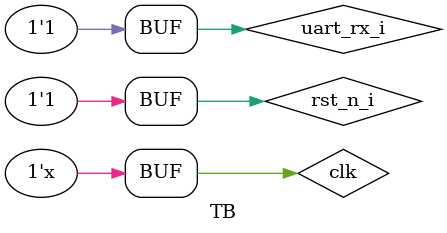
<source format=v>
`timescale 1ns / 1ps


module TB;
    reg clk;
    reg rst_n_i;
    reg uart_rx_i;
    wire uart_tx_o;
    
    car u(
        .clk(clk),
        .rst_n_i (rst_n_i),
        .uart_rx_i (uart_rx_i),
        .uart_tx_o (uart_tx_o)
        );
    initial
        begin
            clk = 0;
            rst_n_i = 0;
            uart_rx_i = 1'b1;
            // Wait 100 ns for global reset to finish
            
            #96;
            rst_n_i=1;
            
            #104170
            uart_rx_i = 1'b1;
            
            #104170
            uart_rx_i = 1'b0;//start
            
            //000000001
            #104170
            uart_rx_i = 1'b1;
            #104170
            uart_rx_i = 1'b0;
            #104170
            uart_rx_i = 1'b0;
            #104170
            uart_rx_i = 1'b0;
            #104170
            uart_rx_i = 1'b0;
            #104170
            uart_rx_i = 1'b0;
            #104170
            uart_rx_i = 1'b0;
            #104170
            uart_rx_i = 1'b0; 
            #104170
            
            uart_rx_i = 1'b1;//stop 
            #808320
            
            //00000000
            uart_rx_i = 1'b0;//start
            #104170
            uart_rx_i = 1'b0;
            #104170
            uart_rx_i = 1'b0;
            #104170
            uart_rx_i = 1'b0;
            #104170
            uart_rx_i = 1'b0;
            #104170
            uart_rx_i = 1'b0;
            #104170
            uart_rx_i = 1'b0;
            #104170
            uart_rx_i = 1'b0;
            #104170
            uart_rx_i = 1'b0; 
            
            #104170
            uart_rx_i = 1'b1;//stop 
            
            #808320
            //00000001
            uart_rx_i = 1'b0;//start
            
            #104170
            uart_rx_i = 1'b1;
            #104170
            uart_rx_i = 1'b0;
            #104170
            uart_rx_i = 1'b0;
            #104170
            uart_rx_i = 1'b0;
            #104170
            uart_rx_i = 1'b0;
            #104170
            uart_rx_i = 1'b0;
            #104170
            uart_rx_i = 1'b0;
            #104170
            uart_rx_i = 1'b0; 
            
            #104170
            uart_rx_i = 1'b1;//stop 
            #808320
            //00000000
            uart_rx_i = 1'b0;//start
            #104170
            uart_rx_i = 1'b0;
            #104170
            uart_rx_i = 1'b0;
            #104170
            uart_rx_i = 1'b0;
            #104170
            uart_rx_i = 1'b0;
            #104170
            uart_rx_i = 1'b0;
            #104170
            uart_rx_i = 1'b0;
            #104170
            uart_rx_i = 1'b0;
            #104170
            uart_rx_i = 1'b0; 
            
            #104170
            uart_rx_i = 1'b1;//stop 
            #808320
            //00000000
            uart_rx_i = 1'b0;//start
            #104170
            uart_rx_i = 1'b0;
            #104170
            uart_rx_i = 1'b0;
            #104170
            uart_rx_i = 1'b0;
            #104170
            uart_rx_i = 1'b0;
            #104170
            uart_rx_i = 1'b0;
            #104170
            uart_rx_i = 1'b0;
            #104170
            uart_rx_i = 1'b0;
            #104170
            uart_rx_i = 1'b0; 
            
            #104170
            uart_rx_i = 1'b1;//stop 
            
            #808320     
             //00000001
            uart_rx_i = 1'b0;//start
            #104170
            uart_rx_i = 1'b1;
            #104170
            uart_rx_i = 1'b0;
            #104170
            uart_rx_i = 1'b0;
            #104170
            uart_rx_i = 1'b0;
            #104170
            uart_rx_i = 1'b0;
            #104170
            uart_rx_i = 1'b0;
            #104170
            uart_rx_i = 1'b0;
            #104170
            uart_rx_i = 1'b0; 
            
            #104170
            uart_rx_i = 1'b1;//stop 
            #808320
            //00000010
            uart_rx_i = 1'b0;//start
            #104170
            uart_rx_i = 1'b0;
            #104170
            uart_rx_i = 1'b1;
            #104170
            uart_rx_i = 1'b0;
            #104170
            uart_rx_i = 1'b0;
            #104170
            uart_rx_i = 1'b0;
            #104170
            uart_rx_i = 1'b0;
            #104170
            uart_rx_i = 1'b0;
            #104170
            uart_rx_i = 1'b0; 
            
            #104170
            uart_rx_i = 1'b1;//stop 
            #808320
           
            //00000011
            uart_rx_i = 1'b0;//start
            #104170
            uart_rx_i = 1'b1;
            #104170
            uart_rx_i = 1'b1;
            #104170
            uart_rx_i = 1'b0;
            #104170
            uart_rx_i = 1'b0;
            #104170
            uart_rx_i = 1'b0;
            #104170
            uart_rx_i = 1'b0;
            #104170
            uart_rx_i = 1'b0;
            #104170
            uart_rx_i = 1'b0; 
            
            #104170
            uart_rx_i = 1'b1;//stop 
            #808320
            //00000100
            uart_rx_i = 1'b0;//start
            #104170
            uart_rx_i = 1'b0;
            #104170
            uart_rx_i = 1'b0;
            #104170
            uart_rx_i = 1'b1;
            #104170
            uart_rx_i = 1'b0;
            #104170
            uart_rx_i = 1'b0;
            #104170
            uart_rx_i = 1'b0;
            #104170
            uart_rx_i = 1'b0;
            #104170
            uart_rx_i = 1'b0; 
            
            #104170
            uart_rx_i = 1'b1;//stop 
            #808320
            //00000101
            uart_rx_i = 1'b0;//start
            #104170
            uart_rx_i = 1'b1;
            #104170
            uart_rx_i = 1'b0;
            #104170
            uart_rx_i = 1'b1;
            #104170
            uart_rx_i = 1'b0;
            #104170
            uart_rx_i = 1'b0;
            #104170
            uart_rx_i = 1'b0;
            #104170
            uart_rx_i = 1'b0;
            #104170
            uart_rx_i = 1'b0; 
            
            #104170
            uart_rx_i = 1'b1;//stop 
            #808320
            //00000000
            uart_rx_i = 1'b0;//start
            #104170
            uart_rx_i = 1'b0;
            #104170
            uart_rx_i = 1'b1;
            #104170
            uart_rx_i = 1'b1;
            #104170
            uart_rx_i = 1'b0;
            #104170
            uart_rx_i = 1'b0;
            #104170
            uart_rx_i = 1'b0;
            #104170
            uart_rx_i = 1'b0;
            #104170
            uart_rx_i = 1'b0; 
            
            #104170
            uart_rx_i = 1'b1;//stop 
        
        end
    always 
        begin
            #5 clk = ~clk;
        end

endmodule

</source>
